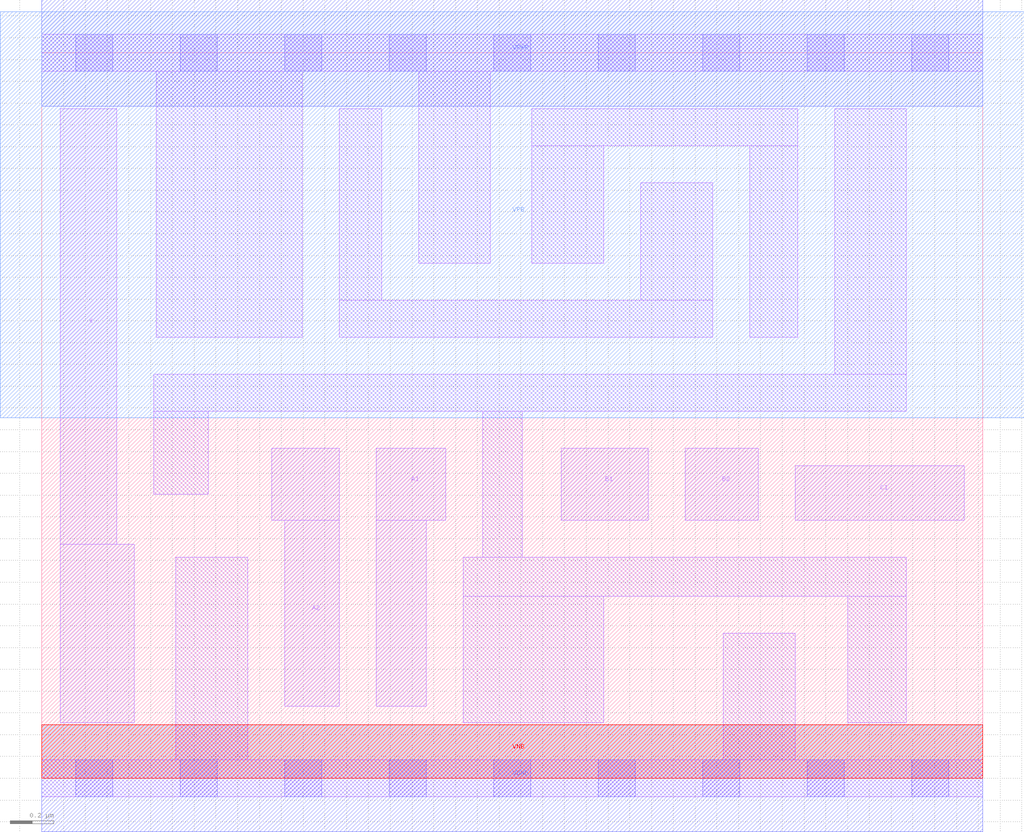
<source format=lef>
# Copyright 2020 The SkyWater PDK Authors
#
# Licensed under the Apache License, Version 2.0 (the "License");
# you may not use this file except in compliance with the License.
# You may obtain a copy of the License at
#
#     https://www.apache.org/licenses/LICENSE-2.0
#
# Unless required by applicable law or agreed to in writing, software
# distributed under the License is distributed on an "AS IS" BASIS,
# WITHOUT WARRANTIES OR CONDITIONS OF ANY KIND, either express or implied.
# See the License for the specific language governing permissions and
# limitations under the License.
#
# SPDX-License-Identifier: Apache-2.0

VERSION 5.7 ;
  NOWIREEXTENSIONATPIN ON ;
  DIVIDERCHAR "/" ;
  BUSBITCHARS "[]" ;
MACRO sky130_fd_sc_lp__a221o_1
  CLASS CORE ;
  FOREIGN sky130_fd_sc_lp__a221o_1 ;
  ORIGIN  0.000000  0.000000 ;
  SIZE  4.320000 BY  3.330000 ;
  SYMMETRY X Y R90 ;
  SITE unit ;
  PIN A1
    ANTENNAGATEAREA  0.315000 ;
    DIRECTION INPUT ;
    USE SIGNAL ;
    PORT
      LAYER li1 ;
        RECT 1.535000 0.330000 1.765000 1.185000 ;
        RECT 1.535000 1.185000 1.855000 1.515000 ;
    END
  END A1
  PIN A2
    ANTENNAGATEAREA  0.315000 ;
    DIRECTION INPUT ;
    USE SIGNAL ;
    PORT
      LAYER li1 ;
        RECT 1.055000 1.185000 1.365000 1.515000 ;
        RECT 1.115000 0.330000 1.365000 1.185000 ;
    END
  END A2
  PIN B1
    ANTENNAGATEAREA  0.315000 ;
    DIRECTION INPUT ;
    USE SIGNAL ;
    PORT
      LAYER li1 ;
        RECT 2.385000 1.185000 2.785000 1.515000 ;
    END
  END B1
  PIN B2
    ANTENNAGATEAREA  0.315000 ;
    DIRECTION INPUT ;
    USE SIGNAL ;
    PORT
      LAYER li1 ;
        RECT 2.955000 1.185000 3.290000 1.515000 ;
    END
  END B2
  PIN C1
    ANTENNAGATEAREA  0.315000 ;
    DIRECTION INPUT ;
    USE SIGNAL ;
    PORT
      LAYER li1 ;
        RECT 3.460000 1.185000 4.235000 1.435000 ;
    END
  END C1
  PIN X
    ANTENNADIFFAREA  0.556500 ;
    DIRECTION OUTPUT ;
    USE SIGNAL ;
    PORT
      LAYER li1 ;
        RECT 0.085000 0.255000 0.425000 1.075000 ;
        RECT 0.085000 1.075000 0.345000 3.075000 ;
    END
  END X
  PIN VGND
    DIRECTION INOUT ;
    USE GROUND ;
    PORT
      LAYER met1 ;
        RECT 0.000000 -0.245000 4.320000 0.245000 ;
    END
  END VGND
  PIN VNB
    DIRECTION INOUT ;
    USE GROUND ;
    PORT
      LAYER pwell ;
        RECT 0.000000 0.000000 4.320000 0.245000 ;
    END
  END VNB
  PIN VPB
    DIRECTION INOUT ;
    USE POWER ;
    PORT
      LAYER nwell ;
        RECT -0.190000 1.655000 4.510000 3.520000 ;
    END
  END VPB
  PIN VPWR
    DIRECTION INOUT ;
    USE POWER ;
    PORT
      LAYER met1 ;
        RECT 0.000000 3.085000 4.320000 3.575000 ;
    END
  END VPWR
  OBS
    LAYER li1 ;
      RECT 0.000000 -0.085000 4.320000 0.085000 ;
      RECT 0.000000  3.245000 4.320000 3.415000 ;
      RECT 0.515000  1.305000 0.765000 1.685000 ;
      RECT 0.515000  1.685000 3.970000 1.855000 ;
      RECT 0.525000  2.025000 1.195000 3.245000 ;
      RECT 0.615000  0.085000 0.945000 1.015000 ;
      RECT 1.365000  2.025000 3.080000 2.195000 ;
      RECT 1.365000  2.195000 1.560000 3.075000 ;
      RECT 1.730000  2.365000 2.060000 3.245000 ;
      RECT 1.935000  0.255000 2.580000 0.835000 ;
      RECT 1.935000  0.835000 3.970000 1.015000 ;
      RECT 2.025000  1.015000 2.205000 1.685000 ;
      RECT 2.250000  2.365000 2.580000 2.905000 ;
      RECT 2.250000  2.905000 3.470000 3.075000 ;
      RECT 2.750000  2.195000 3.080000 2.735000 ;
      RECT 3.130000  0.085000 3.460000 0.665000 ;
      RECT 3.250000  2.025000 3.470000 2.905000 ;
      RECT 3.640000  1.855000 3.970000 3.075000 ;
      RECT 3.700000  0.255000 3.970000 0.835000 ;
    LAYER mcon ;
      RECT 0.155000 -0.085000 0.325000 0.085000 ;
      RECT 0.155000  3.245000 0.325000 3.415000 ;
      RECT 0.635000 -0.085000 0.805000 0.085000 ;
      RECT 0.635000  3.245000 0.805000 3.415000 ;
      RECT 1.115000 -0.085000 1.285000 0.085000 ;
      RECT 1.115000  3.245000 1.285000 3.415000 ;
      RECT 1.595000 -0.085000 1.765000 0.085000 ;
      RECT 1.595000  3.245000 1.765000 3.415000 ;
      RECT 2.075000 -0.085000 2.245000 0.085000 ;
      RECT 2.075000  3.245000 2.245000 3.415000 ;
      RECT 2.555000 -0.085000 2.725000 0.085000 ;
      RECT 2.555000  3.245000 2.725000 3.415000 ;
      RECT 3.035000 -0.085000 3.205000 0.085000 ;
      RECT 3.035000  3.245000 3.205000 3.415000 ;
      RECT 3.515000 -0.085000 3.685000 0.085000 ;
      RECT 3.515000  3.245000 3.685000 3.415000 ;
      RECT 3.995000 -0.085000 4.165000 0.085000 ;
      RECT 3.995000  3.245000 4.165000 3.415000 ;
  END
END sky130_fd_sc_lp__a221o_1
END LIBRARY

</source>
